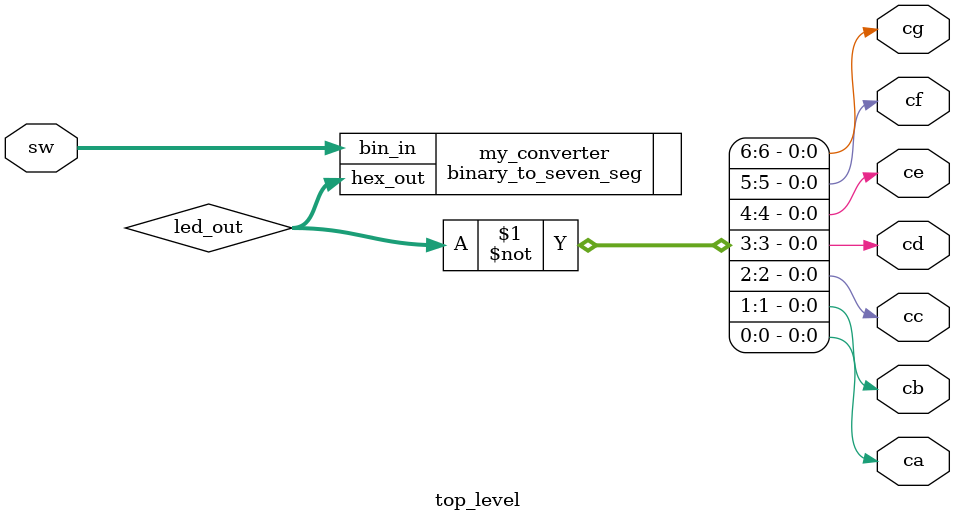
<source format=sv>
module top_level(
                    input[3:0]      sw, //note you can also specify inputs and outputs in line like this
                    output logic    ca, //you'll see both this way (and the previous way), is matter of
                    output logic    cb, //legacy and preference
                    output logic    cc,
                    output logic    cd,
                    output logic    ce,
                    output logic    cf,
                    output logic    cg
    );
   
    //create a linker array to take the output of our module (will make sense below)
    logic [6:0] led_out;
   
    //create an instance of our binary_to_seven_seg module!  Feed in sw to the input
    //and feed otu the output to the led_out array which we'll do operations on below.
    //notice the instance syntax is the same as what appeared in the testbench above!
    //...in otherwords: NAME_OF_MODULE NAME_OF_INSTANCE(inputs,outputs);
    binary_to_seven_seg my_converter ( .bin_in(sw), .hex_out(led_out));
   

    //the values we want to assign to the cathode pins should be the logical inverse of s
    //what our module above generates so do a bitwise inversion and assign that to all the pins!
    assign {cg,cf,ce,cd,cc,cb,ca} = ~led_out; 
    
endmodule //top_level
</source>
